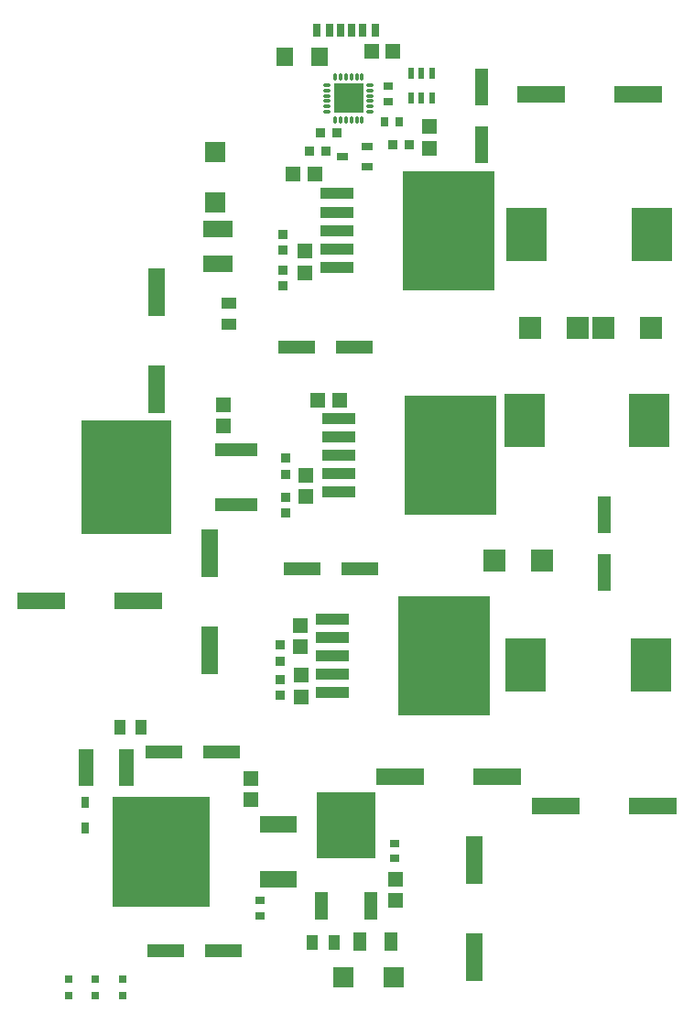
<source format=gbr>
%TF.GenerationSoftware,KiCad,Pcbnew,9.0.6*%
%TF.CreationDate,2026-02-04T05:23:12+09:00*%
%TF.ProjectId,zudo-pd,7a75646f-2d70-4642-9e6b-696361645f70,rev?*%
%TF.SameCoordinates,Original*%
%TF.FileFunction,Paste,Top*%
%TF.FilePolarity,Positive*%
%FSLAX46Y46*%
G04 Gerber Fmt 4.6, Leading zero omitted, Abs format (unit mm)*
G04 Created by KiCad (PCBNEW 9.0.6) date 2026-02-04 05:23:12*
%MOMM*%
%LPD*%
G01*
G04 APERTURE LIST*
%ADD10R,3.080000X1.020000*%
%ADD11R,8.500000X11.000000*%
%ADD12R,1.490000X1.730000*%
%ADD13R,1.410000X1.350000*%
%ADD14R,4.500000X1.650000*%
%ADD15R,1.200000X3.500000*%
%ADD16R,3.500000X1.200000*%
%ADD17R,0.900000X0.800000*%
%ADD18R,1.350000X1.410000*%
%ADD19R,1.650000X4.500000*%
%ADD20R,0.800000X0.900000*%
%ADD21R,2.000000X2.000000*%
%ADD22R,0.530000X1.070000*%
%ADD23R,0.700000X1.200000*%
%ADD24R,0.800000X1.200000*%
%ADD25R,3.730000X5.000000*%
%ADD26R,0.800000X0.800000*%
%ADD27R,0.860000X0.810000*%
%ADD28R,1.900000X1.900000*%
%ADD29R,0.800000X1.000000*%
%ADD30O,0.280000X0.700000*%
%ADD31O,0.700000X0.280000*%
%ADD32R,2.800000X2.800000*%
%ADD33R,4.000000X1.300000*%
%ADD34R,8.400000X10.570000*%
%ADD35R,3.500000X1.600000*%
%ADD36R,9.000000X10.200000*%
%ADD37R,1.270000X2.540000*%
%ADD38R,5.400000X6.100000*%
%ADD39R,1.000000X0.800000*%
%ADD40R,1.190000X1.730000*%
%ADD41R,1.130000X1.380000*%
%ADD42R,2.780000X1.490000*%
%ADD43R,1.410000X3.500000*%
%ADD44R,1.380000X1.130000*%
%ADD45R,0.810000X0.860000*%
G04 APERTURE END LIST*
D10*
%TO.C,U2*%
X43840000Y-21702500D03*
X43840000Y-23402500D03*
X43840000Y-25102500D03*
X43840000Y-26802500D03*
X43840000Y-28502500D03*
D11*
X54160000Y-25102500D03*
%TD*%
D12*
%TO.C,C1*%
X39010000Y-9050000D03*
X42190000Y-9050000D03*
%TD*%
D13*
%TO.C,C2*%
X49020000Y-8520000D03*
X47020000Y-8520000D03*
%TD*%
D14*
%TO.C,C3*%
X62720000Y-12500000D03*
X71720000Y-12500000D03*
%TD*%
D15*
%TO.C,C4*%
X68560000Y-51382500D03*
X68560000Y-56722500D03*
%TD*%
%TO.C,C5*%
X57220000Y-17170000D03*
X57220000Y-11830000D03*
%TD*%
D13*
%TO.C,C6*%
X41800000Y-19900000D03*
X39800000Y-19900000D03*
%TD*%
D16*
%TO.C,C7*%
X45460000Y-35902500D03*
X40120000Y-35902500D03*
%TD*%
D13*
%TO.C,C8*%
X44060000Y-40802500D03*
X42060000Y-40802500D03*
%TD*%
D14*
%TO.C,C11*%
X73060000Y-78302500D03*
X64060000Y-78302500D03*
%TD*%
%TO.C,C14*%
X25450000Y-59302500D03*
X16450000Y-59302500D03*
%TD*%
D17*
%TO.C,C15*%
X36750000Y-87050000D03*
X36750000Y-88450000D03*
%TD*%
D18*
%TO.C,C17*%
X33350000Y-41202500D03*
X33350000Y-43202500D03*
%TD*%
%TO.C,C18*%
X35870000Y-77742500D03*
X35870000Y-75742500D03*
%TD*%
D19*
%TO.C,C20*%
X32050000Y-54902500D03*
X32050000Y-63902500D03*
%TD*%
%TO.C,C21*%
X27150000Y-39802500D03*
X27150000Y-30802500D03*
%TD*%
D16*
%TO.C,C22*%
X33340000Y-91642500D03*
X28000000Y-91642500D03*
%TD*%
%TO.C,C23*%
X33170000Y-73342500D03*
X27830000Y-73342500D03*
%TD*%
D17*
%TO.C,C30*%
X48600000Y-11800000D03*
X48600000Y-13200000D03*
%TD*%
D18*
%TO.C,C33*%
X40560000Y-68202500D03*
X40560000Y-66202500D03*
%TD*%
D20*
%TO.C,C34*%
X48200000Y-15100000D03*
X49600000Y-15100000D03*
%TD*%
D18*
%TO.C,C35*%
X52400000Y-15500000D03*
X52400000Y-17500000D03*
%TD*%
D21*
%TO.C,D1*%
X72860000Y-34102500D03*
X68460000Y-34102500D03*
%TD*%
%TO.C,D2*%
X61660000Y-34102500D03*
X66060000Y-34102500D03*
%TD*%
D22*
%TO.C,D4*%
X50700000Y-12900000D03*
X51650000Y-12900000D03*
X52600000Y-12900000D03*
X52600000Y-10600000D03*
X51650000Y-10600000D03*
X50700000Y-10600000D03*
%TD*%
D23*
%TO.C,J1*%
X45180000Y-6630000D03*
X43180000Y-6630000D03*
D24*
X41980000Y-6630000D03*
D23*
X44180000Y-6630000D03*
X46180000Y-6630000D03*
D24*
X47380000Y-6630000D03*
%TD*%
D25*
%TO.C,L3*%
X61290000Y-65302500D03*
X72830000Y-65302500D03*
%TD*%
D26*
%TO.C,LED2*%
X19000000Y-95802500D03*
X19000000Y-94302500D03*
%TD*%
%TO.C,LED3*%
X21500000Y-95802500D03*
X21500000Y-94302500D03*
%TD*%
%TO.C,LED4*%
X24000000Y-95802500D03*
X24000000Y-94302500D03*
%TD*%
D27*
%TO.C,R2*%
X38860000Y-25452500D03*
X38860000Y-26952500D03*
%TD*%
%TO.C,R4*%
X39060000Y-47652500D03*
X39060000Y-46152500D03*
%TD*%
%TO.C,R5*%
X38560000Y-66602500D03*
X38560000Y-68102500D03*
%TD*%
D28*
%TO.C,TVS1*%
X32600000Y-22530000D03*
X32600000Y-17870000D03*
%TD*%
D29*
%TO.C,TVS2*%
X20570000Y-80342500D03*
X20570000Y-77942500D03*
%TD*%
D28*
%TO.C,TVS3*%
X44430000Y-94102500D03*
X49090000Y-94102500D03*
%TD*%
D30*
%TO.C,U1*%
X46150000Y-10900000D03*
X45650000Y-10900000D03*
X45150000Y-10900000D03*
X44650000Y-10900000D03*
X44150000Y-10900000D03*
X43650000Y-10900000D03*
D31*
X42900000Y-11650000D03*
X42900000Y-12150000D03*
X42900000Y-12650000D03*
X42900000Y-13150000D03*
X42900000Y-13650000D03*
X42900000Y-14150000D03*
D30*
X43650000Y-14900000D03*
X44150000Y-14900000D03*
X44650000Y-14900000D03*
X45150000Y-14900000D03*
X45650000Y-14900000D03*
X46150000Y-14900000D03*
D31*
X46900000Y-14150000D03*
X46900000Y-13650000D03*
X46900000Y-13150000D03*
X46900000Y-12650000D03*
X46900000Y-12150000D03*
X46900000Y-11650000D03*
D32*
X44890000Y-12900000D03*
%TD*%
D10*
%TO.C,U3*%
X44040000Y-42502500D03*
X44040000Y-44202500D03*
X44040000Y-45902500D03*
X44040000Y-47602500D03*
X44040000Y-49302500D03*
D11*
X54360000Y-45902500D03*
%TD*%
D33*
%TO.C,U6*%
X34550000Y-50442500D03*
X34550000Y-45362500D03*
D34*
X24370000Y-47902500D03*
%TD*%
D35*
%TO.C,U7*%
X38370000Y-85082500D03*
D36*
X27570000Y-82542500D03*
D35*
X38370000Y-80002500D03*
%TD*%
D37*
%TO.C,U8*%
X42360000Y-87552500D03*
D38*
X44650000Y-80052500D03*
D37*
X46940000Y-87542500D03*
%TD*%
D39*
%TO.C,Q1*%
X46650000Y-19250000D03*
X46650000Y-17350000D03*
X44350000Y-18300000D03*
%TD*%
D18*
%TO.C,C19*%
X49240000Y-87042500D03*
X49240000Y-85042500D03*
%TD*%
%TO.C,C32*%
X40960000Y-47702500D03*
X40960000Y-49702500D03*
%TD*%
D25*
%TO.C,L2*%
X61190000Y-42702500D03*
X72730000Y-42702500D03*
%TD*%
D17*
%TO.C,C16*%
X49140000Y-81750000D03*
X49140000Y-83150000D03*
%TD*%
D40*
%TO.C,PTC3*%
X45910000Y-90802500D03*
X48810000Y-90802500D03*
%TD*%
D41*
%TO.C,R9*%
X43560000Y-90902500D03*
X41560000Y-90902500D03*
%TD*%
D42*
%TO.C,PTC1*%
X32800000Y-28200000D03*
X32800000Y-25000000D03*
%TD*%
D27*
%TO.C,R1*%
X38860000Y-30252500D03*
X38860000Y-28752500D03*
%TD*%
D43*
%TO.C,PTC2*%
X24320000Y-74742500D03*
X20620000Y-74742500D03*
%TD*%
D44*
%TO.C,R7*%
X33800000Y-31800000D03*
X33800000Y-33800000D03*
%TD*%
D27*
%TO.C,R3*%
X39060000Y-49752500D03*
X39060000Y-51252500D03*
%TD*%
D45*
%TO.C,R11*%
X42300000Y-16100000D03*
X43800000Y-16100000D03*
%TD*%
D41*
%TO.C,R8*%
X25750000Y-71000000D03*
X23750000Y-71000000D03*
%TD*%
D18*
%TO.C,C31*%
X40860000Y-27002500D03*
X40860000Y-29002500D03*
%TD*%
D45*
%TO.C,R12*%
X49000000Y-17200000D03*
X50500000Y-17200000D03*
%TD*%
D16*
%TO.C,C9*%
X45960000Y-56402500D03*
X40620000Y-56402500D03*
%TD*%
D14*
%TO.C,C24*%
X58640000Y-75600000D03*
X49640000Y-75600000D03*
%TD*%
D45*
%TO.C,R13*%
X42800000Y-17800000D03*
X41300000Y-17800000D03*
%TD*%
D27*
%TO.C,R6*%
X38560000Y-64902500D03*
X38560000Y-63402500D03*
%TD*%
D21*
%TO.C,D3*%
X62760000Y-55602500D03*
X58360000Y-55602500D03*
%TD*%
D25*
%TO.C,L1*%
X72930000Y-25502500D03*
X61390000Y-25502500D03*
%TD*%
D18*
%TO.C,C10*%
X40460000Y-61602500D03*
X40460000Y-63602500D03*
%TD*%
D19*
%TO.C,C25*%
X56560000Y-83302500D03*
X56560000Y-92302500D03*
%TD*%
D10*
%TO.C,U4*%
X43400000Y-61002500D03*
X43400000Y-62702500D03*
X43400000Y-64402500D03*
X43400000Y-66102500D03*
X43400000Y-67802500D03*
D11*
X53720000Y-64402500D03*
%TD*%
M02*

</source>
